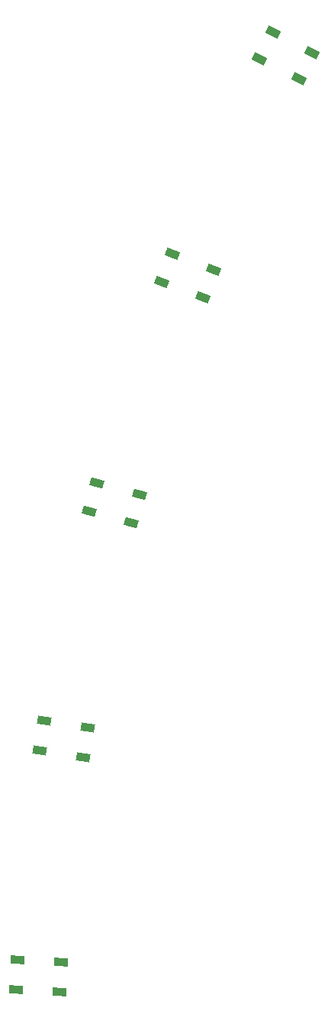
<source format=gbr>
%TF.GenerationSoftware,KiCad,Pcbnew,7.0.9*%
%TF.CreationDate,2023-12-31T20:51:38-05:00*%
%TF.ProjectId,RGB Clock,52474220-436c-46f6-936b-2e6b69636164,rev?*%
%TF.SameCoordinates,Original*%
%TF.FileFunction,Paste,Top*%
%TF.FilePolarity,Positive*%
%FSLAX46Y46*%
G04 Gerber Fmt 4.6, Leading zero omitted, Abs format (unit mm)*
G04 Created by KiCad (PCBNEW 7.0.9) date 2023-12-31 20:51:38*
%MOMM*%
%LPD*%
G01*
G04 APERTURE LIST*
G04 Aperture macros list*
%AMRotRect*
0 Rectangle, with rotation*
0 The origin of the aperture is its center*
0 $1 length*
0 $2 width*
0 $3 Rotation angle, in degrees counterclockwise*
0 Add horizontal line*
21,1,$1,$2,0,0,$3*%
G04 Aperture macros list end*
%ADD10RotRect,1.500000X0.900000X339.000000*%
%ADD11RotRect,1.500000X0.900000X357.000000*%
%ADD12RotRect,1.500000X0.900000X351.000000*%
%ADD13RotRect,1.500000X0.900000X333.000000*%
%ADD14RotRect,1.500000X0.900000X345.000000*%
G04 APERTURE END LIST*
D10*
%TO.C,D4*%
X70948035Y-74289591D03*
X69765421Y-77370406D03*
X74339965Y-79126409D03*
X75522579Y-76045594D03*
%TD*%
D11*
%TO.C,D1*%
X53766709Y-152479238D03*
X53594000Y-155774716D03*
X58487285Y-156031162D03*
X58659994Y-152735684D03*
%TD*%
D12*
%TO.C,D2*%
X56766280Y-126003050D03*
X56250047Y-129262421D03*
X61089720Y-130028950D03*
X61605953Y-126769579D03*
%TD*%
D13*
%TO.C,D5*%
X82132118Y-49741563D03*
X80633950Y-52681884D03*
X84999882Y-54906437D03*
X86498050Y-51966116D03*
%TD*%
D14*
%TO.C,D3*%
X62576533Y-99626116D03*
X61722430Y-102813671D03*
X66455467Y-104081884D03*
X67309570Y-100894329D03*
%TD*%
M02*

</source>
